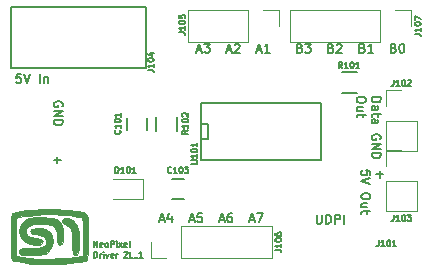
<source format=gbr>
G04 #@! TF.FileFunction,Legend,Top*
%FSLAX46Y46*%
G04 Gerber Fmt 4.6, Leading zero omitted, Abs format (unit mm)*
G04 Created by KiCad (PCBNEW 4.0.7) date 2017 November 14, Tuesday 05:37:29*
%MOMM*%
%LPD*%
G01*
G04 APERTURE LIST*
%ADD10C,0.076200*%
%ADD11C,0.127000*%
%ADD12C,0.150000*%
%ADD13C,0.120000*%
%ADD14C,0.100000*%
G04 APERTURE END LIST*
D10*
D11*
X139192000Y-93036572D02*
X139228286Y-92964001D01*
X139228286Y-92855144D01*
X139192000Y-92746287D01*
X139119429Y-92673715D01*
X139046857Y-92637430D01*
X138901714Y-92601144D01*
X138792857Y-92601144D01*
X138647714Y-92637430D01*
X138575143Y-92673715D01*
X138502571Y-92746287D01*
X138466286Y-92855144D01*
X138466286Y-92927715D01*
X138502571Y-93036572D01*
X138538857Y-93072858D01*
X138792857Y-93072858D01*
X138792857Y-92927715D01*
X138466286Y-93399430D02*
X139228286Y-93399430D01*
X138466286Y-93834858D01*
X139228286Y-93834858D01*
X138466286Y-94197716D02*
X139228286Y-94197716D01*
X139228286Y-94379144D01*
X139192000Y-94488001D01*
X139119429Y-94560573D01*
X139046857Y-94596858D01*
X138901714Y-94633144D01*
X138792857Y-94633144D01*
X138647714Y-94596858D01*
X138575143Y-94560573D01*
X138502571Y-94488001D01*
X138466286Y-94379144D01*
X138466286Y-94197716D01*
X138756571Y-97282000D02*
X138756571Y-97862571D01*
X138466286Y-97572285D02*
X139046857Y-97572285D01*
X147410716Y-102616000D02*
X147773573Y-102616000D01*
X147338144Y-102833714D02*
X147592144Y-102071714D01*
X147846144Y-102833714D01*
X148426716Y-102325714D02*
X148426716Y-102833714D01*
X148245287Y-102035429D02*
X148063859Y-102579714D01*
X148535573Y-102579714D01*
X149950715Y-102616000D02*
X150313572Y-102616000D01*
X149878143Y-102833714D02*
X150132143Y-102071714D01*
X150386143Y-102833714D01*
X151003001Y-102071714D02*
X150640144Y-102071714D01*
X150603858Y-102434571D01*
X150640144Y-102398286D01*
X150712715Y-102362000D01*
X150894144Y-102362000D01*
X150966715Y-102398286D01*
X151003001Y-102434571D01*
X151039286Y-102507143D01*
X151039286Y-102688571D01*
X151003001Y-102761143D01*
X150966715Y-102797429D01*
X150894144Y-102833714D01*
X150712715Y-102833714D01*
X150640144Y-102797429D01*
X150603858Y-102761143D01*
X152490714Y-102616000D02*
X152853571Y-102616000D01*
X152418142Y-102833714D02*
X152672142Y-102071714D01*
X152926142Y-102833714D01*
X153506714Y-102071714D02*
X153361571Y-102071714D01*
X153289000Y-102108000D01*
X153252714Y-102144286D01*
X153180143Y-102253143D01*
X153143857Y-102398286D01*
X153143857Y-102688571D01*
X153180143Y-102761143D01*
X153216428Y-102797429D01*
X153289000Y-102833714D01*
X153434143Y-102833714D01*
X153506714Y-102797429D01*
X153543000Y-102761143D01*
X153579285Y-102688571D01*
X153579285Y-102507143D01*
X153543000Y-102434571D01*
X153506714Y-102398286D01*
X153434143Y-102362000D01*
X153289000Y-102362000D01*
X153216428Y-102398286D01*
X153180143Y-102434571D01*
X153143857Y-102507143D01*
X155030713Y-102616000D02*
X155393570Y-102616000D01*
X154958141Y-102833714D02*
X155212141Y-102071714D01*
X155466141Y-102833714D01*
X155647570Y-102071714D02*
X156155570Y-102071714D01*
X155828999Y-102833714D01*
X159294288Y-88083571D02*
X159403145Y-88119857D01*
X159439430Y-88156143D01*
X159475716Y-88228714D01*
X159475716Y-88337571D01*
X159439430Y-88410143D01*
X159403145Y-88446429D01*
X159330573Y-88482714D01*
X159040288Y-88482714D01*
X159040288Y-87720714D01*
X159294288Y-87720714D01*
X159366859Y-87757000D01*
X159403145Y-87793286D01*
X159439430Y-87865857D01*
X159439430Y-87938429D01*
X159403145Y-88011000D01*
X159366859Y-88047286D01*
X159294288Y-88083571D01*
X159040288Y-88083571D01*
X159729716Y-87720714D02*
X160201430Y-87720714D01*
X159947430Y-88011000D01*
X160056288Y-88011000D01*
X160128859Y-88047286D01*
X160165145Y-88083571D01*
X160201430Y-88156143D01*
X160201430Y-88337571D01*
X160165145Y-88410143D01*
X160128859Y-88446429D01*
X160056288Y-88482714D01*
X159838573Y-88482714D01*
X159766002Y-88446429D01*
X159729716Y-88410143D01*
X161943144Y-88083571D02*
X162052001Y-88119857D01*
X162088286Y-88156143D01*
X162124572Y-88228714D01*
X162124572Y-88337571D01*
X162088286Y-88410143D01*
X162052001Y-88446429D01*
X161979429Y-88482714D01*
X161689144Y-88482714D01*
X161689144Y-87720714D01*
X161943144Y-87720714D01*
X162015715Y-87757000D01*
X162052001Y-87793286D01*
X162088286Y-87865857D01*
X162088286Y-87938429D01*
X162052001Y-88011000D01*
X162015715Y-88047286D01*
X161943144Y-88083571D01*
X161689144Y-88083571D01*
X162414858Y-87793286D02*
X162451144Y-87757000D01*
X162523715Y-87720714D01*
X162705144Y-87720714D01*
X162777715Y-87757000D01*
X162814001Y-87793286D01*
X162850286Y-87865857D01*
X162850286Y-87938429D01*
X162814001Y-88047286D01*
X162378572Y-88482714D01*
X162850286Y-88482714D01*
X164592000Y-88083571D02*
X164700857Y-88119857D01*
X164737142Y-88156143D01*
X164773428Y-88228714D01*
X164773428Y-88337571D01*
X164737142Y-88410143D01*
X164700857Y-88446429D01*
X164628285Y-88482714D01*
X164338000Y-88482714D01*
X164338000Y-87720714D01*
X164592000Y-87720714D01*
X164664571Y-87757000D01*
X164700857Y-87793286D01*
X164737142Y-87865857D01*
X164737142Y-87938429D01*
X164700857Y-88011000D01*
X164664571Y-88047286D01*
X164592000Y-88083571D01*
X164338000Y-88083571D01*
X165499142Y-88482714D02*
X165063714Y-88482714D01*
X165281428Y-88482714D02*
X165281428Y-87720714D01*
X165208857Y-87829571D01*
X165136285Y-87902143D01*
X165063714Y-87938429D01*
X167240856Y-88083571D02*
X167349713Y-88119857D01*
X167385998Y-88156143D01*
X167422284Y-88228714D01*
X167422284Y-88337571D01*
X167385998Y-88410143D01*
X167349713Y-88446429D01*
X167277141Y-88482714D01*
X166986856Y-88482714D01*
X166986856Y-87720714D01*
X167240856Y-87720714D01*
X167313427Y-87757000D01*
X167349713Y-87793286D01*
X167385998Y-87865857D01*
X167385998Y-87938429D01*
X167349713Y-88011000D01*
X167313427Y-88047286D01*
X167240856Y-88083571D01*
X166986856Y-88083571D01*
X167893998Y-87720714D02*
X167966570Y-87720714D01*
X168039141Y-87757000D01*
X168075427Y-87793286D01*
X168111713Y-87865857D01*
X168147998Y-88011000D01*
X168147998Y-88192429D01*
X168111713Y-88337571D01*
X168075427Y-88410143D01*
X168039141Y-88446429D01*
X167966570Y-88482714D01*
X167893998Y-88482714D01*
X167821427Y-88446429D01*
X167785141Y-88410143D01*
X167748856Y-88337571D01*
X167712570Y-88192429D01*
X167712570Y-88011000D01*
X167748856Y-87865857D01*
X167785141Y-87793286D01*
X167821427Y-87757000D01*
X167893998Y-87720714D01*
X150585716Y-88265000D02*
X150948573Y-88265000D01*
X150513144Y-88482714D02*
X150767144Y-87720714D01*
X151021144Y-88482714D01*
X151202573Y-87720714D02*
X151674287Y-87720714D01*
X151420287Y-88011000D01*
X151529145Y-88011000D01*
X151601716Y-88047286D01*
X151638002Y-88083571D01*
X151674287Y-88156143D01*
X151674287Y-88337571D01*
X151638002Y-88410143D01*
X151601716Y-88446429D01*
X151529145Y-88482714D01*
X151311430Y-88482714D01*
X151238859Y-88446429D01*
X151202573Y-88410143D01*
X153125715Y-88265000D02*
X153488572Y-88265000D01*
X153053143Y-88482714D02*
X153307143Y-87720714D01*
X153561143Y-88482714D01*
X153778858Y-87793286D02*
X153815144Y-87757000D01*
X153887715Y-87720714D01*
X154069144Y-87720714D01*
X154141715Y-87757000D01*
X154178001Y-87793286D01*
X154214286Y-87865857D01*
X154214286Y-87938429D01*
X154178001Y-88047286D01*
X153742572Y-88482714D01*
X154214286Y-88482714D01*
X155665714Y-88265000D02*
X156028571Y-88265000D01*
X155593142Y-88482714D02*
X155847142Y-87720714D01*
X156101142Y-88482714D01*
X156754285Y-88482714D02*
X156318857Y-88482714D01*
X156536571Y-88482714D02*
X156536571Y-87720714D01*
X156464000Y-87829571D01*
X156391428Y-87902143D01*
X156318857Y-87938429D01*
X141852952Y-104941310D02*
X141852952Y-104433310D01*
X142143238Y-104941310D01*
X142143238Y-104433310D01*
X142578666Y-104917119D02*
X142530285Y-104941310D01*
X142433523Y-104941310D01*
X142385142Y-104917119D01*
X142360952Y-104868738D01*
X142360952Y-104675214D01*
X142385142Y-104626833D01*
X142433523Y-104602643D01*
X142530285Y-104602643D01*
X142578666Y-104626833D01*
X142602857Y-104675214D01*
X142602857Y-104723595D01*
X142360952Y-104771976D01*
X142893143Y-104941310D02*
X142844762Y-104917119D01*
X142820571Y-104892929D01*
X142796381Y-104844548D01*
X142796381Y-104699405D01*
X142820571Y-104651024D01*
X142844762Y-104626833D01*
X142893143Y-104602643D01*
X142965714Y-104602643D01*
X143014095Y-104626833D01*
X143038286Y-104651024D01*
X143062476Y-104699405D01*
X143062476Y-104844548D01*
X143038286Y-104892929D01*
X143014095Y-104917119D01*
X142965714Y-104941310D01*
X142893143Y-104941310D01*
X143280190Y-104941310D02*
X143280190Y-104433310D01*
X143473714Y-104433310D01*
X143522095Y-104457500D01*
X143546286Y-104481690D01*
X143570476Y-104530071D01*
X143570476Y-104602643D01*
X143546286Y-104651024D01*
X143522095Y-104675214D01*
X143473714Y-104699405D01*
X143280190Y-104699405D01*
X143788190Y-104941310D02*
X143788190Y-104602643D01*
X143788190Y-104433310D02*
X143764000Y-104457500D01*
X143788190Y-104481690D01*
X143812381Y-104457500D01*
X143788190Y-104433310D01*
X143788190Y-104481690D01*
X143981714Y-104941310D02*
X144247810Y-104602643D01*
X143981714Y-104602643D02*
X144247810Y-104941310D01*
X144634857Y-104917119D02*
X144586476Y-104941310D01*
X144489714Y-104941310D01*
X144441333Y-104917119D01*
X144417143Y-104868738D01*
X144417143Y-104675214D01*
X144441333Y-104626833D01*
X144489714Y-104602643D01*
X144586476Y-104602643D01*
X144634857Y-104626833D01*
X144659048Y-104675214D01*
X144659048Y-104723595D01*
X144417143Y-104771976D01*
X144949334Y-104941310D02*
X144900953Y-104917119D01*
X144876762Y-104868738D01*
X144876762Y-104433310D01*
X141852952Y-105830310D02*
X141852952Y-105322310D01*
X141973905Y-105322310D01*
X142046476Y-105346500D01*
X142094857Y-105394881D01*
X142119048Y-105443262D01*
X142143238Y-105540024D01*
X142143238Y-105612595D01*
X142119048Y-105709357D01*
X142094857Y-105757738D01*
X142046476Y-105806119D01*
X141973905Y-105830310D01*
X141852952Y-105830310D01*
X142360952Y-105830310D02*
X142360952Y-105491643D01*
X142360952Y-105588405D02*
X142385143Y-105540024D01*
X142409333Y-105515833D01*
X142457714Y-105491643D01*
X142506095Y-105491643D01*
X142675428Y-105830310D02*
X142675428Y-105491643D01*
X142675428Y-105322310D02*
X142651238Y-105346500D01*
X142675428Y-105370690D01*
X142699619Y-105346500D01*
X142675428Y-105322310D01*
X142675428Y-105370690D01*
X142868952Y-105491643D02*
X142989905Y-105830310D01*
X143110857Y-105491643D01*
X143497905Y-105806119D02*
X143449524Y-105830310D01*
X143352762Y-105830310D01*
X143304381Y-105806119D01*
X143280191Y-105757738D01*
X143280191Y-105564214D01*
X143304381Y-105515833D01*
X143352762Y-105491643D01*
X143449524Y-105491643D01*
X143497905Y-105515833D01*
X143522096Y-105564214D01*
X143522096Y-105612595D01*
X143280191Y-105660976D01*
X143739810Y-105830310D02*
X143739810Y-105491643D01*
X143739810Y-105588405D02*
X143764001Y-105540024D01*
X143788191Y-105515833D01*
X143836572Y-105491643D01*
X143884953Y-105491643D01*
X144417144Y-105370690D02*
X144441334Y-105346500D01*
X144489715Y-105322310D01*
X144610668Y-105322310D01*
X144659049Y-105346500D01*
X144683239Y-105370690D01*
X144707430Y-105419071D01*
X144707430Y-105467452D01*
X144683239Y-105540024D01*
X144392953Y-105830310D01*
X144707430Y-105830310D01*
X145167049Y-105830310D02*
X144925144Y-105830310D01*
X144925144Y-105322310D01*
X145215430Y-105878690D02*
X145602478Y-105878690D01*
X145989526Y-105830310D02*
X145699240Y-105830310D01*
X145844383Y-105830310D02*
X145844383Y-105322310D01*
X145796002Y-105394881D01*
X145747621Y-105443262D01*
X145699240Y-105467452D01*
X160709429Y-102198714D02*
X160709429Y-102815571D01*
X160745714Y-102888143D01*
X160782000Y-102924429D01*
X160854571Y-102960714D01*
X160999714Y-102960714D01*
X161072286Y-102924429D01*
X161108571Y-102888143D01*
X161144857Y-102815571D01*
X161144857Y-102198714D01*
X161507715Y-102960714D02*
X161507715Y-102198714D01*
X161689143Y-102198714D01*
X161798000Y-102235000D01*
X161870572Y-102307571D01*
X161906857Y-102380143D01*
X161943143Y-102525286D01*
X161943143Y-102634143D01*
X161906857Y-102779286D01*
X161870572Y-102851857D01*
X161798000Y-102924429D01*
X161689143Y-102960714D01*
X161507715Y-102960714D01*
X162269715Y-102960714D02*
X162269715Y-102198714D01*
X162560000Y-102198714D01*
X162632572Y-102235000D01*
X162668857Y-102271286D01*
X162705143Y-102343857D01*
X162705143Y-102452714D01*
X162668857Y-102525286D01*
X162632572Y-102561571D01*
X162560000Y-102597857D01*
X162269715Y-102597857D01*
X163031715Y-102960714D02*
X163031715Y-102198714D01*
X165390286Y-92256429D02*
X166152286Y-92256429D01*
X166152286Y-92437857D01*
X166116000Y-92546714D01*
X166043429Y-92619286D01*
X165970857Y-92655571D01*
X165825714Y-92691857D01*
X165716857Y-92691857D01*
X165571714Y-92655571D01*
X165499143Y-92619286D01*
X165426571Y-92546714D01*
X165390286Y-92437857D01*
X165390286Y-92256429D01*
X165390286Y-93345000D02*
X165789429Y-93345000D01*
X165862000Y-93308714D01*
X165898286Y-93236143D01*
X165898286Y-93091000D01*
X165862000Y-93018429D01*
X165426571Y-93345000D02*
X165390286Y-93272429D01*
X165390286Y-93091000D01*
X165426571Y-93018429D01*
X165499143Y-92982143D01*
X165571714Y-92982143D01*
X165644286Y-93018429D01*
X165680571Y-93091000D01*
X165680571Y-93272429D01*
X165716857Y-93345000D01*
X165898286Y-93599000D02*
X165898286Y-93889286D01*
X166152286Y-93707858D02*
X165499143Y-93707858D01*
X165426571Y-93744143D01*
X165390286Y-93816715D01*
X165390286Y-93889286D01*
X165390286Y-94469858D02*
X165789429Y-94469858D01*
X165862000Y-94433572D01*
X165898286Y-94361001D01*
X165898286Y-94215858D01*
X165862000Y-94143287D01*
X165426571Y-94469858D02*
X165390286Y-94397287D01*
X165390286Y-94215858D01*
X165426571Y-94143287D01*
X165499143Y-94107001D01*
X165571714Y-94107001D01*
X165644286Y-94143287D01*
X165680571Y-94215858D01*
X165680571Y-94397287D01*
X165716857Y-94469858D01*
X166116000Y-95812429D02*
X166152286Y-95739858D01*
X166152286Y-95631001D01*
X166116000Y-95522144D01*
X166043429Y-95449572D01*
X165970857Y-95413287D01*
X165825714Y-95377001D01*
X165716857Y-95377001D01*
X165571714Y-95413287D01*
X165499143Y-95449572D01*
X165426571Y-95522144D01*
X165390286Y-95631001D01*
X165390286Y-95703572D01*
X165426571Y-95812429D01*
X165462857Y-95848715D01*
X165716857Y-95848715D01*
X165716857Y-95703572D01*
X165390286Y-96175287D02*
X166152286Y-96175287D01*
X165390286Y-96610715D01*
X166152286Y-96610715D01*
X165390286Y-96973573D02*
X166152286Y-96973573D01*
X166152286Y-97155001D01*
X166116000Y-97263858D01*
X166043429Y-97336430D01*
X165970857Y-97372715D01*
X165825714Y-97409001D01*
X165716857Y-97409001D01*
X165571714Y-97372715D01*
X165499143Y-97336430D01*
X165426571Y-97263858D01*
X165390286Y-97155001D01*
X165390286Y-96973573D01*
X164882286Y-92401571D02*
X164882286Y-92546714D01*
X164846000Y-92619286D01*
X164773429Y-92691857D01*
X164628286Y-92728143D01*
X164374286Y-92728143D01*
X164229143Y-92691857D01*
X164156571Y-92619286D01*
X164120286Y-92546714D01*
X164120286Y-92401571D01*
X164156571Y-92329000D01*
X164229143Y-92256429D01*
X164374286Y-92220143D01*
X164628286Y-92220143D01*
X164773429Y-92256429D01*
X164846000Y-92329000D01*
X164882286Y-92401571D01*
X164628286Y-93381286D02*
X164120286Y-93381286D01*
X164628286Y-93054715D02*
X164229143Y-93054715D01*
X164156571Y-93091000D01*
X164120286Y-93163572D01*
X164120286Y-93272429D01*
X164156571Y-93345000D01*
X164192857Y-93381286D01*
X164628286Y-93635286D02*
X164628286Y-93925572D01*
X164882286Y-93744144D02*
X164229143Y-93744144D01*
X164156571Y-93780429D01*
X164120286Y-93853001D01*
X164120286Y-93925572D01*
X166061571Y-98479429D02*
X166061571Y-99060000D01*
X165771286Y-98769714D02*
X166351857Y-98769714D01*
X165263286Y-98842286D02*
X165263286Y-98479429D01*
X164900429Y-98443143D01*
X164936714Y-98479429D01*
X164973000Y-98552000D01*
X164973000Y-98733429D01*
X164936714Y-98806000D01*
X164900429Y-98842286D01*
X164827857Y-98878571D01*
X164646429Y-98878571D01*
X164573857Y-98842286D01*
X164537571Y-98806000D01*
X164501286Y-98733429D01*
X164501286Y-98552000D01*
X164537571Y-98479429D01*
X164573857Y-98443143D01*
X165263286Y-99096285D02*
X164501286Y-99350285D01*
X165263286Y-99604285D01*
X165263286Y-100583999D02*
X165263286Y-100729142D01*
X165227000Y-100801714D01*
X165154429Y-100874285D01*
X165009286Y-100910571D01*
X164755286Y-100910571D01*
X164610143Y-100874285D01*
X164537571Y-100801714D01*
X164501286Y-100729142D01*
X164501286Y-100583999D01*
X164537571Y-100511428D01*
X164610143Y-100438857D01*
X164755286Y-100402571D01*
X165009286Y-100402571D01*
X165154429Y-100438857D01*
X165227000Y-100511428D01*
X165263286Y-100583999D01*
X165009286Y-101563714D02*
X164501286Y-101563714D01*
X165009286Y-101237143D02*
X164610143Y-101237143D01*
X164537571Y-101273428D01*
X164501286Y-101346000D01*
X164501286Y-101454857D01*
X164537571Y-101527428D01*
X164573857Y-101563714D01*
X165009286Y-101817714D02*
X165009286Y-102108000D01*
X165263286Y-101926572D02*
X164610143Y-101926572D01*
X164537571Y-101962857D01*
X164501286Y-102035429D01*
X164501286Y-102108000D01*
X135672286Y-90260714D02*
X135309429Y-90260714D01*
X135273143Y-90623571D01*
X135309429Y-90587286D01*
X135382000Y-90551000D01*
X135563429Y-90551000D01*
X135636000Y-90587286D01*
X135672286Y-90623571D01*
X135708571Y-90696143D01*
X135708571Y-90877571D01*
X135672286Y-90950143D01*
X135636000Y-90986429D01*
X135563429Y-91022714D01*
X135382000Y-91022714D01*
X135309429Y-90986429D01*
X135273143Y-90950143D01*
X135926285Y-90260714D02*
X136180285Y-91022714D01*
X136434285Y-90260714D01*
X137268857Y-91022714D02*
X137268857Y-90260714D01*
X137631714Y-90514714D02*
X137631714Y-91022714D01*
X137631714Y-90587286D02*
X137667999Y-90551000D01*
X137740571Y-90514714D01*
X137849428Y-90514714D01*
X137921999Y-90551000D01*
X137958285Y-90623571D01*
X137958285Y-91022714D01*
D12*
X144650000Y-94000000D02*
X144650000Y-95000000D01*
X146350000Y-95000000D02*
X146350000Y-94000000D01*
X149500000Y-99150000D02*
X148500000Y-99150000D01*
X148500000Y-100850000D02*
X149500000Y-100850000D01*
D13*
X146000000Y-100850000D02*
X146000000Y-99150000D01*
X146000000Y-99150000D02*
X143450000Y-99150000D01*
X146000000Y-100850000D02*
X143450000Y-100850000D01*
X166564000Y-96834000D02*
X169224000Y-96834000D01*
X166564000Y-94234000D02*
X166564000Y-96834000D01*
X169224000Y-94234000D02*
X169224000Y-96834000D01*
X166564000Y-94234000D02*
X169224000Y-94234000D01*
X166564000Y-92964000D02*
X166564000Y-91634000D01*
X166564000Y-91634000D02*
X167894000Y-91634000D01*
X166564000Y-101914000D02*
X169224000Y-101914000D01*
X166564000Y-99314000D02*
X166564000Y-101914000D01*
X169224000Y-99314000D02*
X169224000Y-101914000D01*
X166564000Y-99314000D02*
X169224000Y-99314000D01*
X166564000Y-98044000D02*
X166564000Y-96714000D01*
X166564000Y-96714000D02*
X167894000Y-96714000D01*
X149800000Y-84903000D02*
X149800000Y-87563000D01*
X154940000Y-84903000D02*
X149800000Y-84903000D01*
X154940000Y-87563000D02*
X149800000Y-87563000D01*
X154940000Y-84903000D02*
X154940000Y-87563000D01*
X156210000Y-84903000D02*
X157540000Y-84903000D01*
X157540000Y-84903000D02*
X157540000Y-86233000D01*
X156950000Y-105830000D02*
X156950000Y-103170000D01*
X149270000Y-105830000D02*
X156950000Y-105830000D01*
X149270000Y-103170000D02*
X156950000Y-103170000D01*
X149270000Y-105830000D02*
X149270000Y-103170000D01*
X148000000Y-105830000D02*
X146670000Y-105830000D01*
X146670000Y-105830000D02*
X146670000Y-104500000D01*
X158436000Y-84903000D02*
X158436000Y-87563000D01*
X166116000Y-84903000D02*
X158436000Y-84903000D01*
X166116000Y-87563000D02*
X158436000Y-87563000D01*
X166116000Y-84903000D02*
X166116000Y-87563000D01*
X167386000Y-84903000D02*
X168716000Y-84903000D01*
X168716000Y-84903000D02*
X168716000Y-86233000D01*
D12*
X164100000Y-91875000D02*
X162900000Y-91875000D01*
X162900000Y-90125000D02*
X164100000Y-90125000D01*
X147125000Y-95100000D02*
X147125000Y-93900000D01*
X148875000Y-93900000D02*
X148875000Y-95100000D01*
X161080000Y-92714000D02*
X161080000Y-97540000D01*
X161080000Y-97540000D02*
X150920000Y-97540000D01*
X150920000Y-97540000D02*
X150920000Y-92714000D01*
X150920000Y-92714000D02*
X161080000Y-92714000D01*
X150920000Y-94492000D02*
X151555000Y-94492000D01*
X151555000Y-94492000D02*
X151555000Y-95762000D01*
X151555000Y-95762000D02*
X150920000Y-95762000D01*
D14*
G36*
X141353378Y-103269418D02*
X141351238Y-103863076D01*
X141351000Y-104047945D01*
X141349032Y-104688217D01*
X141342365Y-105178453D01*
X141329856Y-105537914D01*
X141310361Y-105785861D01*
X141282735Y-105941554D01*
X141245835Y-106024252D01*
X141232831Y-106037670D01*
X141065596Y-106109142D01*
X140927667Y-106139474D01*
X140927667Y-105685748D01*
X140927667Y-104092371D01*
X140923611Y-103571909D01*
X140912250Y-103122332D01*
X140894795Y-102768665D01*
X140872453Y-102535937D01*
X140848275Y-102449926D01*
X140736827Y-102419092D01*
X140494552Y-102372619D01*
X140158493Y-102317095D01*
X139811108Y-102265485D01*
X139182640Y-102203536D01*
X138455051Y-102175245D01*
X137685137Y-102179497D01*
X136929692Y-102215179D01*
X136245514Y-102281176D01*
X135847667Y-102343237D01*
X135297333Y-102447859D01*
X135274366Y-104069143D01*
X135251399Y-105690426D01*
X135824699Y-105781198D01*
X136160613Y-105833928D01*
X136465424Y-105881002D01*
X136652000Y-105909091D01*
X136892169Y-105926739D01*
X137263525Y-105933161D01*
X137728383Y-105929617D01*
X138249057Y-105917364D01*
X138787862Y-105897660D01*
X139307112Y-105871761D01*
X139769122Y-105840926D01*
X140136206Y-105806412D01*
X140271500Y-105788306D01*
X140927667Y-105685748D01*
X140927667Y-106139474D01*
X140756275Y-106177166D01*
X140332113Y-106239037D01*
X139820356Y-106292051D01*
X139248249Y-106333504D01*
X138643039Y-106360692D01*
X138031969Y-106370910D01*
X137879667Y-106370483D01*
X137394669Y-106365260D01*
X136955889Y-106357201D01*
X136597154Y-106347183D01*
X136352292Y-106336080D01*
X136271000Y-106328816D01*
X135764428Y-106245236D01*
X135356639Y-106162708D01*
X135071462Y-106086632D01*
X134937500Y-106026674D01*
X134900465Y-105948849D01*
X134872306Y-105773790D01*
X134852198Y-105486075D01*
X134839317Y-105070284D01*
X134832837Y-104510996D01*
X134831667Y-104047945D01*
X134832618Y-103431599D01*
X134836577Y-102963164D01*
X134845200Y-102621224D01*
X134860144Y-102384362D01*
X134883066Y-102231160D01*
X134915622Y-102140203D01*
X134959468Y-102090073D01*
X134984312Y-102074597D01*
X135250200Y-101981179D01*
X135655761Y-101901175D01*
X136171773Y-101835830D01*
X136769015Y-101786389D01*
X137418264Y-101754099D01*
X138090298Y-101740204D01*
X138755896Y-101745950D01*
X139385834Y-101772582D01*
X139950891Y-101821346D01*
X140189193Y-101852783D01*
X140554658Y-101904423D01*
X140834762Y-101949352D01*
X141040766Y-102008847D01*
X141183929Y-102104182D01*
X141275512Y-102256632D01*
X141326775Y-102487471D01*
X141348977Y-102817975D01*
X141353378Y-103269418D01*
X141353378Y-103269418D01*
X141353378Y-103269418D01*
G37*
X141353378Y-103269418D02*
X141351238Y-103863076D01*
X141351000Y-104047945D01*
X141349032Y-104688217D01*
X141342365Y-105178453D01*
X141329856Y-105537914D01*
X141310361Y-105785861D01*
X141282735Y-105941554D01*
X141245835Y-106024252D01*
X141232831Y-106037670D01*
X141065596Y-106109142D01*
X140927667Y-106139474D01*
X140927667Y-105685748D01*
X140927667Y-104092371D01*
X140923611Y-103571909D01*
X140912250Y-103122332D01*
X140894795Y-102768665D01*
X140872453Y-102535937D01*
X140848275Y-102449926D01*
X140736827Y-102419092D01*
X140494552Y-102372619D01*
X140158493Y-102317095D01*
X139811108Y-102265485D01*
X139182640Y-102203536D01*
X138455051Y-102175245D01*
X137685137Y-102179497D01*
X136929692Y-102215179D01*
X136245514Y-102281176D01*
X135847667Y-102343237D01*
X135297333Y-102447859D01*
X135274366Y-104069143D01*
X135251399Y-105690426D01*
X135824699Y-105781198D01*
X136160613Y-105833928D01*
X136465424Y-105881002D01*
X136652000Y-105909091D01*
X136892169Y-105926739D01*
X137263525Y-105933161D01*
X137728383Y-105929617D01*
X138249057Y-105917364D01*
X138787862Y-105897660D01*
X139307112Y-105871761D01*
X139769122Y-105840926D01*
X140136206Y-105806412D01*
X140271500Y-105788306D01*
X140927667Y-105685748D01*
X140927667Y-106139474D01*
X140756275Y-106177166D01*
X140332113Y-106239037D01*
X139820356Y-106292051D01*
X139248249Y-106333504D01*
X138643039Y-106360692D01*
X138031969Y-106370910D01*
X137879667Y-106370483D01*
X137394669Y-106365260D01*
X136955889Y-106357201D01*
X136597154Y-106347183D01*
X136352292Y-106336080D01*
X136271000Y-106328816D01*
X135764428Y-106245236D01*
X135356639Y-106162708D01*
X135071462Y-106086632D01*
X134937500Y-106026674D01*
X134900465Y-105948849D01*
X134872306Y-105773790D01*
X134852198Y-105486075D01*
X134839317Y-105070284D01*
X134832837Y-104510996D01*
X134831667Y-104047945D01*
X134832618Y-103431599D01*
X134836577Y-102963164D01*
X134845200Y-102621224D01*
X134860144Y-102384362D01*
X134883066Y-102231160D01*
X134915622Y-102140203D01*
X134959468Y-102090073D01*
X134984312Y-102074597D01*
X135250200Y-101981179D01*
X135655761Y-101901175D01*
X136171773Y-101835830D01*
X136769015Y-101786389D01*
X137418264Y-101754099D01*
X138090298Y-101740204D01*
X138755896Y-101745950D01*
X139385834Y-101772582D01*
X139950891Y-101821346D01*
X140189193Y-101852783D01*
X140554658Y-101904423D01*
X140834762Y-101949352D01*
X141040766Y-102008847D01*
X141183929Y-102104182D01*
X141275512Y-102256632D01*
X141326775Y-102487471D01*
X141348977Y-102817975D01*
X141353378Y-103269418D01*
X141353378Y-103269418D01*
G36*
X138391670Y-104414396D02*
X138344189Y-104797950D01*
X138179447Y-105147481D01*
X137905161Y-105416811D01*
X137763903Y-105490168D01*
X137575567Y-105540105D01*
X137304715Y-105571878D01*
X136915911Y-105590742D01*
X136694333Y-105596393D01*
X136297939Y-105600691D01*
X135959647Y-105596729D01*
X135717870Y-105585450D01*
X135614833Y-105569953D01*
X135525971Y-105452885D01*
X135517884Y-105274760D01*
X135585694Y-105120596D01*
X135642925Y-105080391D01*
X135781727Y-105058378D01*
X136045799Y-105041077D01*
X136391093Y-105030813D01*
X136616591Y-105029000D01*
X137098135Y-105013429D01*
X137434671Y-104959481D01*
X137648272Y-104856299D01*
X137761013Y-104693028D01*
X137794967Y-104458811D01*
X137795000Y-104449455D01*
X137728502Y-104185492D01*
X137523858Y-103998644D01*
X137173342Y-103883320D01*
X136971924Y-103853904D01*
X136696361Y-103818063D01*
X136549693Y-103772056D01*
X136491873Y-103694255D01*
X136482667Y-103589666D01*
X136493631Y-103475268D01*
X136551964Y-103408955D01*
X136695824Y-103374166D01*
X136963369Y-103354341D01*
X137033000Y-103350817D01*
X137449280Y-103354844D01*
X137748980Y-103419245D01*
X137843279Y-103461786D01*
X138139942Y-103706094D01*
X138323163Y-104037037D01*
X138391670Y-104414396D01*
X138391670Y-104414396D01*
X138391670Y-104414396D01*
G37*
X138391670Y-104414396D02*
X138344189Y-104797950D01*
X138179447Y-105147481D01*
X137905161Y-105416811D01*
X137763903Y-105490168D01*
X137575567Y-105540105D01*
X137304715Y-105571878D01*
X136915911Y-105590742D01*
X136694333Y-105596393D01*
X136297939Y-105600691D01*
X135959647Y-105596729D01*
X135717870Y-105585450D01*
X135614833Y-105569953D01*
X135525971Y-105452885D01*
X135517884Y-105274760D01*
X135585694Y-105120596D01*
X135642925Y-105080391D01*
X135781727Y-105058378D01*
X136045799Y-105041077D01*
X136391093Y-105030813D01*
X136616591Y-105029000D01*
X137098135Y-105013429D01*
X137434671Y-104959481D01*
X137648272Y-104856299D01*
X137761013Y-104693028D01*
X137794967Y-104458811D01*
X137795000Y-104449455D01*
X137728502Y-104185492D01*
X137523858Y-103998644D01*
X137173342Y-103883320D01*
X136971924Y-103853904D01*
X136696361Y-103818063D01*
X136549693Y-103772056D01*
X136491873Y-103694255D01*
X136482667Y-103589666D01*
X136493631Y-103475268D01*
X136551964Y-103408955D01*
X136695824Y-103374166D01*
X136963369Y-103354341D01*
X137033000Y-103350817D01*
X137449280Y-103354844D01*
X137748980Y-103419245D01*
X137843279Y-103461786D01*
X138139942Y-103706094D01*
X138323163Y-104037037D01*
X138391670Y-104414396D01*
X138391670Y-104414396D01*
G36*
X140588068Y-104505399D02*
X140568138Y-105028157D01*
X140507339Y-105391069D01*
X140406294Y-105592846D01*
X140265624Y-105632203D01*
X140097933Y-105520066D01*
X140044682Y-105374488D01*
X140010686Y-105067882D01*
X139996676Y-104607537D01*
X139996333Y-104508050D01*
X139987764Y-104110735D01*
X139964630Y-103758407D01*
X139930790Y-103496877D01*
X139902241Y-103391124D01*
X139758675Y-103221654D01*
X139524328Y-103074565D01*
X139478908Y-103055284D01*
X139257838Y-102944786D01*
X139163007Y-102818972D01*
X139149667Y-102713685D01*
X139213639Y-102537243D01*
X139381569Y-102453667D01*
X139617475Y-102460481D01*
X139885374Y-102555205D01*
X140149284Y-102735361D01*
X140203278Y-102786255D01*
X140354560Y-102962985D01*
X140461216Y-103162797D01*
X140530517Y-103418186D01*
X140569737Y-103761649D01*
X140586149Y-104225682D01*
X140588068Y-104505399D01*
X140588068Y-104505399D01*
X140588068Y-104505399D01*
G37*
X140588068Y-104505399D02*
X140568138Y-105028157D01*
X140507339Y-105391069D01*
X140406294Y-105592846D01*
X140265624Y-105632203D01*
X140097933Y-105520066D01*
X140044682Y-105374488D01*
X140010686Y-105067882D01*
X139996676Y-104607537D01*
X139996333Y-104508050D01*
X139987764Y-104110735D01*
X139964630Y-103758407D01*
X139930790Y-103496877D01*
X139902241Y-103391124D01*
X139758675Y-103221654D01*
X139524328Y-103074565D01*
X139478908Y-103055284D01*
X139257838Y-102944786D01*
X139163007Y-102818972D01*
X139149667Y-102713685D01*
X139213639Y-102537243D01*
X139381569Y-102453667D01*
X139617475Y-102460481D01*
X139885374Y-102555205D01*
X140149284Y-102735361D01*
X140203278Y-102786255D01*
X140354560Y-102962985D01*
X140461216Y-103162797D01*
X140530517Y-103418186D01*
X140569737Y-103761649D01*
X140586149Y-104225682D01*
X140588068Y-104505399D01*
X140588068Y-104505399D01*
G36*
X139244199Y-104139520D02*
X139220174Y-104436519D01*
X139168217Y-104646327D01*
X139107333Y-104720951D01*
X138915305Y-104751023D01*
X138794857Y-104654621D01*
X138736111Y-104417874D01*
X138726333Y-104185909D01*
X138691254Y-103690412D01*
X138583985Y-103340937D01*
X138401479Y-103128931D01*
X138337135Y-103093336D01*
X138159694Y-103050401D01*
X137864586Y-103017319D01*
X137503408Y-102999058D01*
X137336767Y-102997000D01*
X136945142Y-103002548D01*
X136680346Y-103024080D01*
X136500098Y-103068927D01*
X136362114Y-103144422D01*
X136324751Y-103172478D01*
X136145754Y-103401739D01*
X136108202Y-103664950D01*
X136215386Y-103911950D01*
X136272312Y-103971854D01*
X136495206Y-104086454D01*
X136844642Y-104157508D01*
X136928479Y-104165644D01*
X137292848Y-104222077D01*
X137493648Y-104319606D01*
X137531808Y-104459155D01*
X137408257Y-104641647D01*
X137407952Y-104641952D01*
X137210853Y-104739949D01*
X136888223Y-104757715D01*
X136428121Y-104695860D01*
X136411751Y-104692719D01*
X136032002Y-104546080D01*
X135753556Y-104294501D01*
X135580496Y-103971686D01*
X135516901Y-103611335D01*
X135566854Y-103247151D01*
X135734435Y-102912837D01*
X136023726Y-102642094D01*
X136154528Y-102568569D01*
X136337860Y-102489187D01*
X136521289Y-102438824D01*
X136746337Y-102412875D01*
X137054528Y-102406734D01*
X137487384Y-102415796D01*
X137522491Y-102416852D01*
X138015486Y-102439266D01*
X138373435Y-102479823D01*
X138630523Y-102550716D01*
X138820932Y-102664137D01*
X138978845Y-102832277D01*
X139076625Y-102971171D01*
X139156505Y-103171154D01*
X139211582Y-103462259D01*
X139241074Y-103799907D01*
X139244199Y-104139520D01*
X139244199Y-104139520D01*
X139244199Y-104139520D01*
G37*
X139244199Y-104139520D02*
X139220174Y-104436519D01*
X139168217Y-104646327D01*
X139107333Y-104720951D01*
X138915305Y-104751023D01*
X138794857Y-104654621D01*
X138736111Y-104417874D01*
X138726333Y-104185909D01*
X138691254Y-103690412D01*
X138583985Y-103340937D01*
X138401479Y-103128931D01*
X138337135Y-103093336D01*
X138159694Y-103050401D01*
X137864586Y-103017319D01*
X137503408Y-102999058D01*
X137336767Y-102997000D01*
X136945142Y-103002548D01*
X136680346Y-103024080D01*
X136500098Y-103068927D01*
X136362114Y-103144422D01*
X136324751Y-103172478D01*
X136145754Y-103401739D01*
X136108202Y-103664950D01*
X136215386Y-103911950D01*
X136272312Y-103971854D01*
X136495206Y-104086454D01*
X136844642Y-104157508D01*
X136928479Y-104165644D01*
X137292848Y-104222077D01*
X137493648Y-104319606D01*
X137531808Y-104459155D01*
X137408257Y-104641647D01*
X137407952Y-104641952D01*
X137210853Y-104739949D01*
X136888223Y-104757715D01*
X136428121Y-104695860D01*
X136411751Y-104692719D01*
X136032002Y-104546080D01*
X135753556Y-104294501D01*
X135580496Y-103971686D01*
X135516901Y-103611335D01*
X135566854Y-103247151D01*
X135734435Y-102912837D01*
X136023726Y-102642094D01*
X136154528Y-102568569D01*
X136337860Y-102489187D01*
X136521289Y-102438824D01*
X136746337Y-102412875D01*
X137054528Y-102406734D01*
X137487384Y-102415796D01*
X137522491Y-102416852D01*
X138015486Y-102439266D01*
X138373435Y-102479823D01*
X138630523Y-102550716D01*
X138820932Y-102664137D01*
X138978845Y-102832277D01*
X139076625Y-102971171D01*
X139156505Y-103171154D01*
X139211582Y-103462259D01*
X139241074Y-103799907D01*
X139244199Y-104139520D01*
X139244199Y-104139520D01*
D12*
X134850000Y-89822000D02*
X146250000Y-89822000D01*
X146250000Y-84622000D02*
X146250000Y-89822000D01*
X134850000Y-84622000D02*
X146250000Y-84622000D01*
X134850000Y-84622000D02*
X134850000Y-89822000D01*
D11*
X144072429Y-95056477D02*
X144096619Y-95080667D01*
X144120810Y-95153239D01*
X144120810Y-95201620D01*
X144096619Y-95274191D01*
X144048238Y-95322572D01*
X143999857Y-95346763D01*
X143903095Y-95370953D01*
X143830524Y-95370953D01*
X143733762Y-95346763D01*
X143685381Y-95322572D01*
X143637000Y-95274191D01*
X143612810Y-95201620D01*
X143612810Y-95153239D01*
X143637000Y-95080667D01*
X143661190Y-95056477D01*
X144120810Y-94572667D02*
X144120810Y-94862953D01*
X144120810Y-94717810D02*
X143612810Y-94717810D01*
X143685381Y-94766191D01*
X143733762Y-94814572D01*
X143757952Y-94862953D01*
X143612810Y-94258191D02*
X143612810Y-94209810D01*
X143637000Y-94161429D01*
X143661190Y-94137238D01*
X143709571Y-94113048D01*
X143806333Y-94088857D01*
X143927286Y-94088857D01*
X144024048Y-94113048D01*
X144072429Y-94137238D01*
X144096619Y-94161429D01*
X144120810Y-94209810D01*
X144120810Y-94258191D01*
X144096619Y-94306572D01*
X144072429Y-94330762D01*
X144024048Y-94354953D01*
X143927286Y-94379143D01*
X143806333Y-94379143D01*
X143709571Y-94354953D01*
X143661190Y-94330762D01*
X143637000Y-94306572D01*
X143612810Y-94258191D01*
X144120810Y-93605047D02*
X144120810Y-93895333D01*
X144120810Y-93750190D02*
X143612810Y-93750190D01*
X143685381Y-93798571D01*
X143733762Y-93846952D01*
X143757952Y-93895333D01*
X148402523Y-98606429D02*
X148378333Y-98630619D01*
X148305761Y-98654810D01*
X148257380Y-98654810D01*
X148184809Y-98630619D01*
X148136428Y-98582238D01*
X148112237Y-98533857D01*
X148088047Y-98437095D01*
X148088047Y-98364524D01*
X148112237Y-98267762D01*
X148136428Y-98219381D01*
X148184809Y-98171000D01*
X148257380Y-98146810D01*
X148305761Y-98146810D01*
X148378333Y-98171000D01*
X148402523Y-98195190D01*
X148886333Y-98654810D02*
X148596047Y-98654810D01*
X148741190Y-98654810D02*
X148741190Y-98146810D01*
X148692809Y-98219381D01*
X148644428Y-98267762D01*
X148596047Y-98291952D01*
X149200809Y-98146810D02*
X149249190Y-98146810D01*
X149297571Y-98171000D01*
X149321762Y-98195190D01*
X149345952Y-98243571D01*
X149370143Y-98340333D01*
X149370143Y-98461286D01*
X149345952Y-98558048D01*
X149321762Y-98606429D01*
X149297571Y-98630619D01*
X149249190Y-98654810D01*
X149200809Y-98654810D01*
X149152428Y-98630619D01*
X149128238Y-98606429D01*
X149104047Y-98558048D01*
X149079857Y-98461286D01*
X149079857Y-98340333D01*
X149104047Y-98243571D01*
X149128238Y-98195190D01*
X149152428Y-98171000D01*
X149200809Y-98146810D01*
X149539476Y-98146810D02*
X149853953Y-98146810D01*
X149684619Y-98340333D01*
X149757191Y-98340333D01*
X149805572Y-98364524D01*
X149829762Y-98388714D01*
X149853953Y-98437095D01*
X149853953Y-98558048D01*
X149829762Y-98606429D01*
X149805572Y-98630619D01*
X149757191Y-98654810D01*
X149612048Y-98654810D01*
X149563667Y-98630619D01*
X149539476Y-98606429D01*
X143667237Y-98654810D02*
X143667237Y-98146810D01*
X143788190Y-98146810D01*
X143860761Y-98171000D01*
X143909142Y-98219381D01*
X143933333Y-98267762D01*
X143957523Y-98364524D01*
X143957523Y-98437095D01*
X143933333Y-98533857D01*
X143909142Y-98582238D01*
X143860761Y-98630619D01*
X143788190Y-98654810D01*
X143667237Y-98654810D01*
X144441333Y-98654810D02*
X144151047Y-98654810D01*
X144296190Y-98654810D02*
X144296190Y-98146810D01*
X144247809Y-98219381D01*
X144199428Y-98267762D01*
X144151047Y-98291952D01*
X144755809Y-98146810D02*
X144804190Y-98146810D01*
X144852571Y-98171000D01*
X144876762Y-98195190D01*
X144900952Y-98243571D01*
X144925143Y-98340333D01*
X144925143Y-98461286D01*
X144900952Y-98558048D01*
X144876762Y-98606429D01*
X144852571Y-98630619D01*
X144804190Y-98654810D01*
X144755809Y-98654810D01*
X144707428Y-98630619D01*
X144683238Y-98606429D01*
X144659047Y-98558048D01*
X144634857Y-98461286D01*
X144634857Y-98340333D01*
X144659047Y-98243571D01*
X144683238Y-98195190D01*
X144707428Y-98171000D01*
X144755809Y-98146810D01*
X145408953Y-98654810D02*
X145118667Y-98654810D01*
X145263810Y-98654810D02*
X145263810Y-98146810D01*
X145215429Y-98219381D01*
X145167048Y-98267762D01*
X145118667Y-98291952D01*
X167240856Y-90780810D02*
X167240856Y-91143667D01*
X167216666Y-91216238D01*
X167168285Y-91264619D01*
X167095713Y-91288810D01*
X167047332Y-91288810D01*
X167748857Y-91288810D02*
X167458571Y-91288810D01*
X167603714Y-91288810D02*
X167603714Y-90780810D01*
X167555333Y-90853381D01*
X167506952Y-90901762D01*
X167458571Y-90925952D01*
X168063333Y-90780810D02*
X168111714Y-90780810D01*
X168160095Y-90805000D01*
X168184286Y-90829190D01*
X168208476Y-90877571D01*
X168232667Y-90974333D01*
X168232667Y-91095286D01*
X168208476Y-91192048D01*
X168184286Y-91240429D01*
X168160095Y-91264619D01*
X168111714Y-91288810D01*
X168063333Y-91288810D01*
X168014952Y-91264619D01*
X167990762Y-91240429D01*
X167966571Y-91192048D01*
X167942381Y-91095286D01*
X167942381Y-90974333D01*
X167966571Y-90877571D01*
X167990762Y-90829190D01*
X168014952Y-90805000D01*
X168063333Y-90780810D01*
X168426191Y-90829190D02*
X168450381Y-90805000D01*
X168498762Y-90780810D01*
X168619715Y-90780810D01*
X168668096Y-90805000D01*
X168692286Y-90829190D01*
X168716477Y-90877571D01*
X168716477Y-90925952D01*
X168692286Y-90998524D01*
X168402000Y-91288810D01*
X168716477Y-91288810D01*
X167240856Y-102210810D02*
X167240856Y-102573667D01*
X167216666Y-102646238D01*
X167168285Y-102694619D01*
X167095713Y-102718810D01*
X167047332Y-102718810D01*
X167748857Y-102718810D02*
X167458571Y-102718810D01*
X167603714Y-102718810D02*
X167603714Y-102210810D01*
X167555333Y-102283381D01*
X167506952Y-102331762D01*
X167458571Y-102355952D01*
X168063333Y-102210810D02*
X168111714Y-102210810D01*
X168160095Y-102235000D01*
X168184286Y-102259190D01*
X168208476Y-102307571D01*
X168232667Y-102404333D01*
X168232667Y-102525286D01*
X168208476Y-102622048D01*
X168184286Y-102670429D01*
X168160095Y-102694619D01*
X168111714Y-102718810D01*
X168063333Y-102718810D01*
X168014952Y-102694619D01*
X167990762Y-102670429D01*
X167966571Y-102622048D01*
X167942381Y-102525286D01*
X167942381Y-102404333D01*
X167966571Y-102307571D01*
X167990762Y-102259190D01*
X168014952Y-102235000D01*
X168063333Y-102210810D01*
X168402000Y-102210810D02*
X168716477Y-102210810D01*
X168547143Y-102404333D01*
X168619715Y-102404333D01*
X168668096Y-102428524D01*
X168692286Y-102452714D01*
X168716477Y-102501095D01*
X168716477Y-102622048D01*
X168692286Y-102670429D01*
X168668096Y-102694619D01*
X168619715Y-102718810D01*
X168474572Y-102718810D01*
X168426191Y-102694619D01*
X168402000Y-102670429D01*
X149073810Y-86759144D02*
X149436667Y-86759144D01*
X149509238Y-86783334D01*
X149557619Y-86831715D01*
X149581810Y-86904287D01*
X149581810Y-86952668D01*
X149581810Y-86251143D02*
X149581810Y-86541429D01*
X149581810Y-86396286D02*
X149073810Y-86396286D01*
X149146381Y-86444667D01*
X149194762Y-86493048D01*
X149218952Y-86541429D01*
X149073810Y-85936667D02*
X149073810Y-85888286D01*
X149098000Y-85839905D01*
X149122190Y-85815714D01*
X149170571Y-85791524D01*
X149267333Y-85767333D01*
X149388286Y-85767333D01*
X149485048Y-85791524D01*
X149533429Y-85815714D01*
X149557619Y-85839905D01*
X149581810Y-85888286D01*
X149581810Y-85936667D01*
X149557619Y-85985048D01*
X149533429Y-86009238D01*
X149485048Y-86033429D01*
X149388286Y-86057619D01*
X149267333Y-86057619D01*
X149170571Y-86033429D01*
X149122190Y-86009238D01*
X149098000Y-85985048D01*
X149073810Y-85936667D01*
X149073810Y-85307714D02*
X149073810Y-85549619D01*
X149315714Y-85573809D01*
X149291524Y-85549619D01*
X149267333Y-85501238D01*
X149267333Y-85380285D01*
X149291524Y-85331904D01*
X149315714Y-85307714D01*
X149364095Y-85283523D01*
X149485048Y-85283523D01*
X149533429Y-85307714D01*
X149557619Y-85331904D01*
X149581810Y-85380285D01*
X149581810Y-85501238D01*
X149557619Y-85549619D01*
X149533429Y-85573809D01*
X157201810Y-105174144D02*
X157564667Y-105174144D01*
X157637238Y-105198334D01*
X157685619Y-105246715D01*
X157709810Y-105319287D01*
X157709810Y-105367668D01*
X157709810Y-104666143D02*
X157709810Y-104956429D01*
X157709810Y-104811286D02*
X157201810Y-104811286D01*
X157274381Y-104859667D01*
X157322762Y-104908048D01*
X157346952Y-104956429D01*
X157201810Y-104351667D02*
X157201810Y-104303286D01*
X157226000Y-104254905D01*
X157250190Y-104230714D01*
X157298571Y-104206524D01*
X157395333Y-104182333D01*
X157516286Y-104182333D01*
X157613048Y-104206524D01*
X157661429Y-104230714D01*
X157685619Y-104254905D01*
X157709810Y-104303286D01*
X157709810Y-104351667D01*
X157685619Y-104400048D01*
X157661429Y-104424238D01*
X157613048Y-104448429D01*
X157516286Y-104472619D01*
X157395333Y-104472619D01*
X157298571Y-104448429D01*
X157250190Y-104424238D01*
X157226000Y-104400048D01*
X157201810Y-104351667D01*
X157201810Y-103746904D02*
X157201810Y-103843666D01*
X157226000Y-103892047D01*
X157250190Y-103916238D01*
X157322762Y-103964619D01*
X157419524Y-103988809D01*
X157613048Y-103988809D01*
X157661429Y-103964619D01*
X157685619Y-103940428D01*
X157709810Y-103892047D01*
X157709810Y-103795285D01*
X157685619Y-103746904D01*
X157661429Y-103722714D01*
X157613048Y-103698523D01*
X157492095Y-103698523D01*
X157443714Y-103722714D01*
X157419524Y-103746904D01*
X157395333Y-103795285D01*
X157395333Y-103892047D01*
X157419524Y-103940428D01*
X157443714Y-103964619D01*
X157492095Y-103988809D01*
X169012810Y-86886144D02*
X169375667Y-86886144D01*
X169448238Y-86910334D01*
X169496619Y-86958715D01*
X169520810Y-87031287D01*
X169520810Y-87079668D01*
X169520810Y-86378143D02*
X169520810Y-86668429D01*
X169520810Y-86523286D02*
X169012810Y-86523286D01*
X169085381Y-86571667D01*
X169133762Y-86620048D01*
X169157952Y-86668429D01*
X169012810Y-86063667D02*
X169012810Y-86015286D01*
X169037000Y-85966905D01*
X169061190Y-85942714D01*
X169109571Y-85918524D01*
X169206333Y-85894333D01*
X169327286Y-85894333D01*
X169424048Y-85918524D01*
X169472429Y-85942714D01*
X169496619Y-85966905D01*
X169520810Y-86015286D01*
X169520810Y-86063667D01*
X169496619Y-86112048D01*
X169472429Y-86136238D01*
X169424048Y-86160429D01*
X169327286Y-86184619D01*
X169206333Y-86184619D01*
X169109571Y-86160429D01*
X169061190Y-86136238D01*
X169037000Y-86112048D01*
X169012810Y-86063667D01*
X169012810Y-85725000D02*
X169012810Y-85386333D01*
X169520810Y-85604047D01*
X162880523Y-89764810D02*
X162711190Y-89522905D01*
X162590237Y-89764810D02*
X162590237Y-89256810D01*
X162783761Y-89256810D01*
X162832142Y-89281000D01*
X162856333Y-89305190D01*
X162880523Y-89353571D01*
X162880523Y-89426143D01*
X162856333Y-89474524D01*
X162832142Y-89498714D01*
X162783761Y-89522905D01*
X162590237Y-89522905D01*
X163364333Y-89764810D02*
X163074047Y-89764810D01*
X163219190Y-89764810D02*
X163219190Y-89256810D01*
X163170809Y-89329381D01*
X163122428Y-89377762D01*
X163074047Y-89401952D01*
X163678809Y-89256810D02*
X163727190Y-89256810D01*
X163775571Y-89281000D01*
X163799762Y-89305190D01*
X163823952Y-89353571D01*
X163848143Y-89450333D01*
X163848143Y-89571286D01*
X163823952Y-89668048D01*
X163799762Y-89716429D01*
X163775571Y-89740619D01*
X163727190Y-89764810D01*
X163678809Y-89764810D01*
X163630428Y-89740619D01*
X163606238Y-89716429D01*
X163582047Y-89668048D01*
X163557857Y-89571286D01*
X163557857Y-89450333D01*
X163582047Y-89353571D01*
X163606238Y-89305190D01*
X163630428Y-89281000D01*
X163678809Y-89256810D01*
X164331953Y-89764810D02*
X164041667Y-89764810D01*
X164186810Y-89764810D02*
X164186810Y-89256810D01*
X164138429Y-89329381D01*
X164090048Y-89377762D01*
X164041667Y-89401952D01*
X149835810Y-95056477D02*
X149593905Y-95225810D01*
X149835810Y-95346763D02*
X149327810Y-95346763D01*
X149327810Y-95153239D01*
X149352000Y-95104858D01*
X149376190Y-95080667D01*
X149424571Y-95056477D01*
X149497143Y-95056477D01*
X149545524Y-95080667D01*
X149569714Y-95104858D01*
X149593905Y-95153239D01*
X149593905Y-95346763D01*
X149835810Y-94572667D02*
X149835810Y-94862953D01*
X149835810Y-94717810D02*
X149327810Y-94717810D01*
X149400381Y-94766191D01*
X149448762Y-94814572D01*
X149472952Y-94862953D01*
X149327810Y-94258191D02*
X149327810Y-94209810D01*
X149352000Y-94161429D01*
X149376190Y-94137238D01*
X149424571Y-94113048D01*
X149521333Y-94088857D01*
X149642286Y-94088857D01*
X149739048Y-94113048D01*
X149787429Y-94137238D01*
X149811619Y-94161429D01*
X149835810Y-94209810D01*
X149835810Y-94258191D01*
X149811619Y-94306572D01*
X149787429Y-94330762D01*
X149739048Y-94354953D01*
X149642286Y-94379143D01*
X149521333Y-94379143D01*
X149424571Y-94354953D01*
X149376190Y-94330762D01*
X149352000Y-94306572D01*
X149327810Y-94258191D01*
X149376190Y-93895333D02*
X149352000Y-93871143D01*
X149327810Y-93822762D01*
X149327810Y-93701809D01*
X149352000Y-93653428D01*
X149376190Y-93629238D01*
X149424571Y-93605047D01*
X149472952Y-93605047D01*
X149545524Y-93629238D01*
X149835810Y-93919524D01*
X149835810Y-93605047D01*
X150089810Y-97898858D02*
X150501048Y-97898858D01*
X150549429Y-97874667D01*
X150573619Y-97850477D01*
X150597810Y-97802096D01*
X150597810Y-97705334D01*
X150573619Y-97656953D01*
X150549429Y-97632762D01*
X150501048Y-97608572D01*
X150089810Y-97608572D01*
X150597810Y-97100572D02*
X150597810Y-97390858D01*
X150597810Y-97245715D02*
X150089810Y-97245715D01*
X150162381Y-97294096D01*
X150210762Y-97342477D01*
X150234952Y-97390858D01*
X150089810Y-96786096D02*
X150089810Y-96737715D01*
X150114000Y-96689334D01*
X150138190Y-96665143D01*
X150186571Y-96640953D01*
X150283333Y-96616762D01*
X150404286Y-96616762D01*
X150501048Y-96640953D01*
X150549429Y-96665143D01*
X150573619Y-96689334D01*
X150597810Y-96737715D01*
X150597810Y-96786096D01*
X150573619Y-96834477D01*
X150549429Y-96858667D01*
X150501048Y-96882858D01*
X150404286Y-96907048D01*
X150283333Y-96907048D01*
X150186571Y-96882858D01*
X150138190Y-96858667D01*
X150114000Y-96834477D01*
X150089810Y-96786096D01*
X150597810Y-96132952D02*
X150597810Y-96423238D01*
X150597810Y-96278095D02*
X150089810Y-96278095D01*
X150162381Y-96326476D01*
X150210762Y-96374857D01*
X150234952Y-96423238D01*
X165970856Y-104369810D02*
X165970856Y-104732667D01*
X165946666Y-104805238D01*
X165898285Y-104853619D01*
X165825713Y-104877810D01*
X165777332Y-104877810D01*
X166478857Y-104877810D02*
X166188571Y-104877810D01*
X166333714Y-104877810D02*
X166333714Y-104369810D01*
X166285333Y-104442381D01*
X166236952Y-104490762D01*
X166188571Y-104514952D01*
X166793333Y-104369810D02*
X166841714Y-104369810D01*
X166890095Y-104394000D01*
X166914286Y-104418190D01*
X166938476Y-104466571D01*
X166962667Y-104563333D01*
X166962667Y-104684286D01*
X166938476Y-104781048D01*
X166914286Y-104829429D01*
X166890095Y-104853619D01*
X166841714Y-104877810D01*
X166793333Y-104877810D01*
X166744952Y-104853619D01*
X166720762Y-104829429D01*
X166696571Y-104781048D01*
X166672381Y-104684286D01*
X166672381Y-104563333D01*
X166696571Y-104466571D01*
X166720762Y-104418190D01*
X166744952Y-104394000D01*
X166793333Y-104369810D01*
X167446477Y-104877810D02*
X167156191Y-104877810D01*
X167301334Y-104877810D02*
X167301334Y-104369810D01*
X167252953Y-104442381D01*
X167204572Y-104490762D01*
X167156191Y-104514952D01*
X146406810Y-89934144D02*
X146769667Y-89934144D01*
X146842238Y-89958334D01*
X146890619Y-90006715D01*
X146914810Y-90079287D01*
X146914810Y-90127668D01*
X146914810Y-89426143D02*
X146914810Y-89716429D01*
X146914810Y-89571286D02*
X146406810Y-89571286D01*
X146479381Y-89619667D01*
X146527762Y-89668048D01*
X146551952Y-89716429D01*
X146406810Y-89111667D02*
X146406810Y-89063286D01*
X146431000Y-89014905D01*
X146455190Y-88990714D01*
X146503571Y-88966524D01*
X146600333Y-88942333D01*
X146721286Y-88942333D01*
X146818048Y-88966524D01*
X146866429Y-88990714D01*
X146890619Y-89014905D01*
X146914810Y-89063286D01*
X146914810Y-89111667D01*
X146890619Y-89160048D01*
X146866429Y-89184238D01*
X146818048Y-89208429D01*
X146721286Y-89232619D01*
X146600333Y-89232619D01*
X146503571Y-89208429D01*
X146455190Y-89184238D01*
X146431000Y-89160048D01*
X146406810Y-89111667D01*
X146576143Y-88506904D02*
X146914810Y-88506904D01*
X146382619Y-88627857D02*
X146745476Y-88748809D01*
X146745476Y-88434333D01*
M02*

</source>
